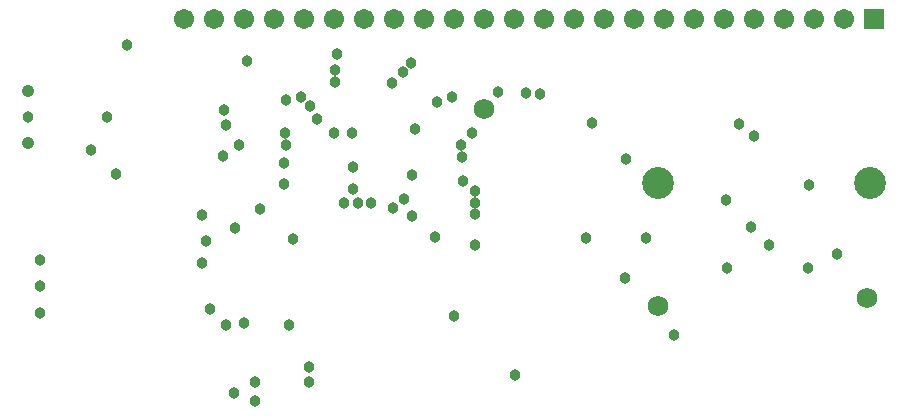
<source format=gbs>
%FSTAX23Y23*%
%MOIN*%
%SFA1B1*%

%IPPOS*%
%ADD75C,0.037992*%
%ADD76C,0.067992*%
%ADD77C,0.041457*%
%ADD78R,0.067047X0.067047*%
%ADD79C,0.067047*%
%ADD80C,0.106417*%
%LNmsp_mcu-1*%
%LPD*%
G54D75*
X02634Y02758D03*
X02702Y02047D03*
X03394Y02802D03*
X02667Y01815D03*
X0326Y02405D03*
X02754Y02429D03*
X02839Y0279D03*
X0256Y02247D03*
X03272Y02695D03*
X02275Y02545D03*
X0219Y02624D03*
X02562Y02407D03*
X02669Y02364D03*
X02574Y0232D03*
X02587Y02095D03*
X02737Y01787D03*
X0346Y02682D03*
X04042Y0233D03*
X0284Y0264D03*
X02684D03*
X02712Y0292D03*
X03337Y02334D03*
X03345Y02784D03*
X04135Y02007D03*
X03605Y01875D03*
X03402Y0207D03*
X03547Y02817D03*
X0364Y02815D03*
X03687Y02812D03*
X03195Y02847D03*
X03229Y02885D03*
X03257Y02915D03*
X02244Y02735D03*
X0264Y02042D03*
X02852Y0204D03*
X0458Y02232D03*
X03234Y0246D03*
X03198Y02433D03*
X02943Y02727D03*
X02917Y0185D03*
Y019D03*
X02737Y0185D03*
X0306Y0268D03*
X03D03*
X02837Y02682D03*
X02835Y0251D03*
Y02582D03*
X0292Y0277D03*
X02864Y02329D03*
X03972Y02197D03*
X03975Y02594D03*
X03064Y02495D03*
X03065Y02569D03*
X03005Y02852D03*
X03005Y02892D03*
X02632Y02605D03*
X02642Y02707D03*
X03125Y02447D03*
X0308Y02449D03*
X03035Y02447D03*
X03425Y02642D03*
X03427Y026D03*
X03259Y02542D03*
X0347Y02307D03*
Y0241D03*
Y02449D03*
X03469Y02487D03*
X03429Y02522D03*
X0386Y02715D03*
X0384Y0233D03*
X04585Y02509D03*
X04452Y02309D03*
X0439Y02367D03*
X04312Y0223D03*
X04676Y02278D03*
X04307Y02457D03*
X04352Y0271D03*
X04402Y0267D03*
X01982Y02735D03*
X02312Y02974D03*
X02022Y02172D03*
Y02082D03*
X02022Y02257D03*
X02892Y028D03*
X0301Y02945D03*
G54D76*
X03502Y02762D03*
X04777Y02132D03*
X04082Y02104D03*
G54D77*
X0198Y02649D03*
Y02822D03*
G54D78*
X04802Y0306D03*
G54D79*
X02502Y0306D03*
X02602D03*
X02702D03*
X02802D03*
X02902D03*
X03002D03*
X03102D03*
X03202D03*
X03302D03*
X03402D03*
X03502D03*
X03602D03*
X03702D03*
X03802D03*
X03902D03*
X04002D03*
X04102D03*
X04202D03*
X04302D03*
X04402D03*
X04502D03*
X04602D03*
X04702D03*
G54D80*
X04788Y02515D03*
X04079D03*
M02*
</source>
